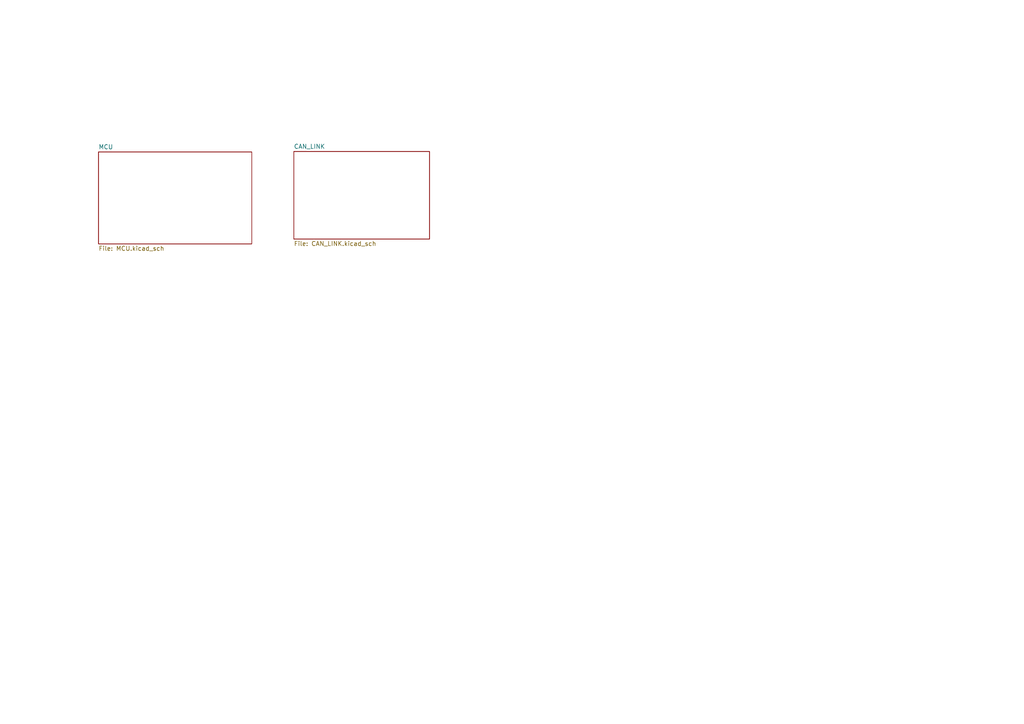
<source format=kicad_sch>
(kicad_sch (version 20211123) (generator eeschema)
  (paper "A4")
  (title_block (date "07-02-2025") (rev "V1"))
  (lib_symbols)
  (sheet (at 85.217 43.942) (size 39.37 25.4) (stroke (width 0.1524))
    (property "Sheet name" "CAN_LINK" (at 85.217 43.2304 0) (effects (justify left bottom)))
    (property "Sheet file" "CAN_LINK.kicad_sch" (at 85.217 69.9266 0) (effects (justify left top)))
  )
  (sheet (at 28.575 44.069) (size 44.45 26.67) (stroke (width 0.1524))
    (property "Sheet name" "MCU" (at 28.575 43.3574 0) (effects (justify left bottom)))
    (property "Sheet file" "MCU.kicad_sch" (at 28.575 71.3236 0) (effects (justify left top)))
  )
)
</source>
